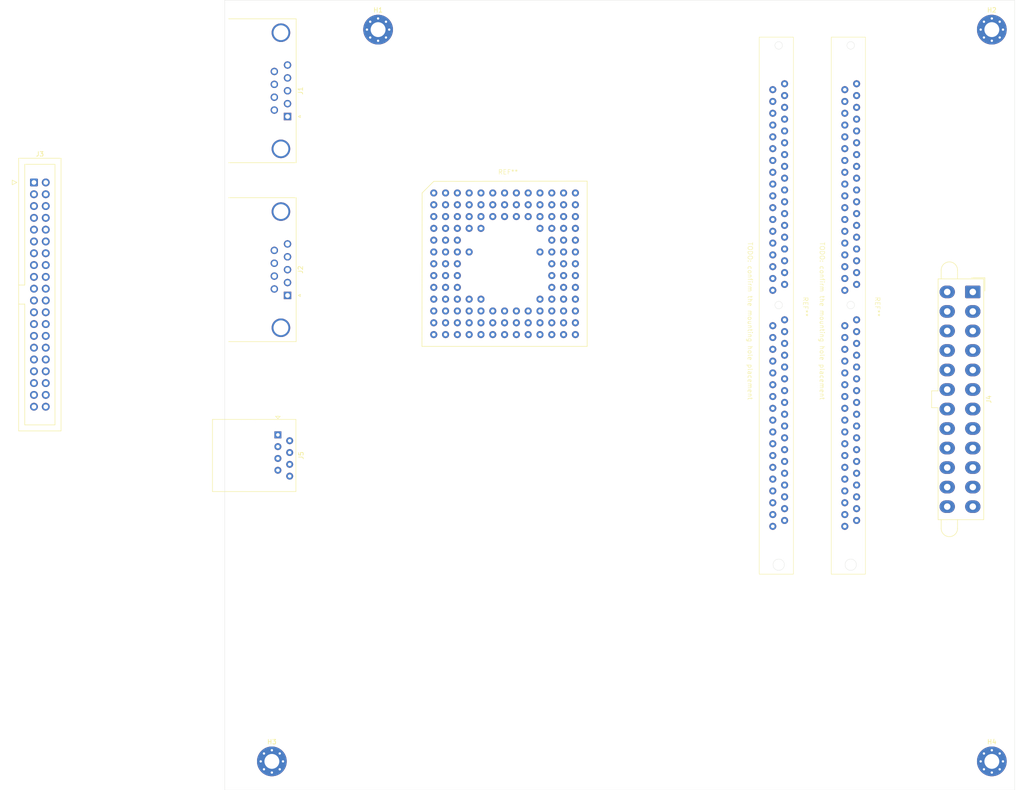
<source format=kicad_pcb>
(kicad_pcb (version 20240108) (generator "pcbnew") (generator_version "8.0")
  (title_block (date "2024-07-24"))
  (layers (0 "F.Cu" signal) (31 "B.Cu" signal) (34 "B.Paste" user) (35 "F.Paste" user) (36 "B.SilkS" user "B.Silkscreen") (37 "F.SilkS" user "F.Silkscreen") (38 "B.Mask" user) (39 "F.Mask" user) (44 "Edge.Cuts" user))
  (net 0 "")
  (net 21 "GND")
  (net 67 "+12V")
  (net 68 "+5V")
  (net 69 "+3.3V")
  (footprint "Connector_Dsub:DSUB-9_Female_Horizontal_P2.77x2.84mm_EdgePinOffset9.90mm_Housed_MountingHolesOffset11.32mm" (layer "F.Cu") (at 33.530331 45.05 -90)
    (property "Reference" "J1" (at -5.54 -2.8 90) (layer "F.SilkS"))
    (property "Value" "DE9_Plug_MountingHoles")
    (pad "0" thru_hole circle (at -18.04 1.42 270) (size 4 4) (drill 3.2) (layers "*.Cu" "*.Mask"))
    (pad "0" thru_hole circle (at 6.96 1.42 270) (size 4 4) (drill 3.2) (layers "*.Cu" "*.Mask"))
    (pad "1" thru_hole rect (at 0 0 270) (size 1.6 1.6) (drill 1) (layers "*.Cu" "*.Mask"))
    (pad "2" thru_hole circle (at -2.77 0 270) (size 1.6 1.6) (drill 1) (layers "*.Cu" "*.Mask"))
    (pad "3" thru_hole circle (at -5.54 0 270) (size 1.6 1.6) (drill 1) (layers "*.Cu" "*.Mask"))
    (pad "4" thru_hole circle (at -8.31 0 270) (size 1.6 1.6) (drill 1) (layers "*.Cu" "*.Mask"))
    (pad "5" thru_hole circle (at -11.08 0 270) (size 1.6 1.6) (drill 1) (layers "*.Cu" "*.Mask"))
    (pad "6" thru_hole circle (at -1.385 2.84 270) (size 1.6 1.6) (drill 1) (layers "*.Cu" "*.Mask"))
    (pad "7" thru_hole circle (at -4.155 2.84 270) (size 1.6 1.6) (drill 1) (layers "*.Cu" "*.Mask"))
    (pad "8" thru_hole circle (at -6.925 2.84 270) (size 1.6 1.6) (drill 1) (layers "*.Cu" "*.Mask"))
    (pad "9" thru_hole circle (at -9.695 2.84 270) (size 1.6 1.6) (drill 1) (layers "*.Cu" "*.Mask"))
  )
  (footprint "Connector_RJ:RJ45_Amphenol_54602-x08_Horizontal" (layer "F.Cu") (at 31.455 113.555 -90)
    (property "Reference" "J5" (at 4.445 -5 -90) (layer "F.SilkS"))
    (property "Value" "RJ45")
    (pad "" np_thru_hole circle (at -1.27 6.35 270) (size 3.2 3.2) (drill 3.2) (layers "*.Cu" "*.Mask"))
    (pad "" np_thru_hole circle (at 10.16 6.35 270) (size 3.2 3.2) (drill 3.2) (layers "*.Cu" "*.Mask"))
    (pad "1" thru_hole rect (at 0 0 270) (size 1.5 1.5) (drill 0.76) (layers "*.Cu" "*.Mask"))
    (pad "2" thru_hole circle (at 1.27 -2.54 270) (size 1.5 1.5) (drill 0.76) (layers "*.Cu" "*.Mask"))
    (pad "3" thru_hole circle (at 2.54 0 270) (size 1.5 1.5) (drill 0.76) (layers "*.Cu" "*.Mask"))
    (pad "4" thru_hole circle (at 3.81 -2.54 270) (size 1.5 1.5) (drill 0.76) (layers "*.Cu" "*.Mask"))
    (pad "5" thru_hole circle (at 5.08 0 270) (size 1.5 1.5) (drill 0.76) (layers "*.Cu" "*.Mask"))
    (pad "6" thru_hole circle (at 6.35 -2.54 270) (size 1.5 1.5) (drill 0.76) (layers "*.Cu" "*.Mask"))
    (pad "7" thru_hole circle (at 7.62 0 270) (size 1.5 1.5) (drill 0.76) (layers "*.Cu" "*.Mask"))
    (pad "8" thru_hole circle (at 8.89 -2.54 270) (size 1.5 1.5) (drill 0.76) (layers "*.Cu" "*.Mask"))
  )
  (footprint "Connector_Dsub:DSUB-9_Female_Horizontal_P2.77x2.84mm_EdgePinOffset9.90mm_Housed_MountingHolesOffset11.32mm" (layer "F.Cu") (at 33.530331 83.55 -90)
    (property "Reference" "J2" (at -5.54 -2.8 90) (layer "F.SilkS"))
    (property "Value" "DE9_Plug_MountingHoles")
    (pad "0" thru_hole circle (at -18.04 1.42 270) (size 4 4) (drill 3.2) (layers "*.Cu" "*.Mask"))
    (pad "0" thru_hole circle (at 6.96 1.42 270) (size 4 4) (drill 3.2) (layers "*.Cu" "*.Mask"))
    (pad "1" thru_hole rect (at 0 0 270) (size 1.6 1.6) (drill 1) (layers "*.Cu" "*.Mask"))
    (pad "2" thru_hole circle (at -2.77 0 270) (size 1.6 1.6) (drill 1) (layers "*.Cu" "*.Mask"))
    (pad "3" thru_hole circle (at -5.54 0 270) (size 1.6 1.6) (drill 1) (layers "*.Cu" "*.Mask"))
    (pad "4" thru_hole circle (at -8.31 0 270) (size 1.6 1.6) (drill 1) (layers "*.Cu" "*.Mask"))
    (pad "5" thru_hole circle (at -11.08 0 270) (size 1.6 1.6) (drill 1) (layers "*.Cu" "*.Mask"))
    (pad "6" thru_hole circle (at -1.385 2.84 270) (size 1.6 1.6) (drill 1) (layers "*.Cu" "*.Mask"))
    (pad "7" thru_hole circle (at -4.155 2.84 270) (size 1.6 1.6) (drill 1) (layers "*.Cu" "*.Mask"))
    (pad "8" thru_hole circle (at -6.925 2.84 270) (size 1.6 1.6) (drill 1) (layers "*.Cu" "*.Mask"))
    (pad "9" thru_hole circle (at -9.695 2.84 270) (size 1.6 1.6) (drill 1) (layers "*.Cu" "*.Mask"))
  )
  (footprint "mackerel:SIMM-72" (layer "F.Cu") (at 140.5 38 -90)
    (property "Reference" "REF**" (at 48 -4.5 -90) (layer "F.SilkS") (effects (font (thickness 0.1))))
    (property "Value" "SIMM-72")
    (fp_circle (center -8.255 1.27) (end -7.44 1.27) (stroke (width 0.05)) (fill none) (layer "Edge.Cuts"))
    (fp_circle (center 47.63 1.27) (end 48.445 1.27) (stroke (width 0.05)) (fill none) (layer "Edge.Cuts"))
    (fp_circle (center 103.505 1.27) (end 104.73 1.27) (stroke (width 0.05)) (fill none) (layer "Edge.Cuts"))
    (fp_text user "TODO: confirm the mounting hole placement" (at 34 8 -90) (layer "F.SilkS") (effects (font (thickness 0.1)) (justify left bottom)))
    (pad "1" thru_hole circle (at 0 0 270) (size 1.524 1.524) (drill 0.762) (layers "*.Cu" "*.Mask"))
    (pad "2" thru_hole circle (at 1.27 2.54 270) (size 1.524 1.524) (drill 0.762) (layers "*.Cu" "*.Mask"))
    (pad "3" thru_hole circle (at 2.54 0 270) (size 1.524 1.524) (drill 0.762) (layers "*.Cu" "*.Mask"))
    (pad "4" thru_hole circle (at 3.81 2.54 270) (size 1.524 1.524) (drill 0.762) (layers "*.Cu" "*.Mask"))
    (pad "5" thru_hole circle (at 5.08 0 270) (size 1.524 1.524) (drill 0.762) (layers "*.Cu" "*.Mask"))
    (pad "6" thru_hole circle (at 6.35 2.54 270) (size 1.524 1.524) (drill 0.762) (layers "*.Cu" "*.Mask"))
    (pad "7" thru_hole circle (at 7.62 0 270) (size 1.524 1.524) (drill 0.762) (layers "*.Cu" "*.Mask"))
    (pad "8" thru_hole circle (at 8.89 2.54 270) (size 1.524 1.524) (drill 0.762) (layers "*.Cu" "*.Mask"))
    (pad "9" thru_hole circle (at 10.16 0 270) (size 1.524 1.524) (drill 0.762) (layers "*.Cu" "*.Mask"))
    (pad "10" thru_hole circle (at 11.43 2.54 270) (size 1.524 1.524) (drill 0.762) (layers "*.Cu" "*.Mask"))
    (pad "11" thru_hole circle (at 12.7 0 270) (size 1.524 1.524) (drill 0.762) (layers "*.Cu" "*.Mask"))
    (pad "12" thru_hole circle (at 13.97 2.54 270) (size 1.524 1.524) (drill 0.762) (layers "*.Cu" "*.Mask"))
    (pad "13" thru_hole circle (at 15.24 0 270) (size 1.524 1.524) (drill 0.762) (layers "*.Cu" "*.Mask"))
    (pad "14" thru_hole circle (at 16.51 2.54 270) (size 1.524 1.524) (drill 0.762) (layers "*.Cu" "*.Mask"))
    (pad "15" thru_hole circle (at 17.78 0 270) (size 1.524 1.524) (drill 0.762) (layers "*.Cu" "*.Mask"))
    (pad "16" thru_hole circle (at 19.05 2.54 270) (size 1.524 1.524) (drill 0.762) (layers "*.Cu" "*.Mask"))
    (pad "17" thru_hole circle (at 20.32 0 270) (size 1.524 1.524) (drill 0.762) (layers "*.Cu" "*.Mask"))
    (pad "18" thru_hole circle (at 21.59 2.54 270) (size 1.524 1.524) (drill 0.762) (layers "*.Cu" "*.Mask"))
    (pad "19" thru_hole circle (at 22.86 0 270) (size 1.524 1.524) (drill 0.762) (layers "*.Cu" "*.Mask"))
    (pad "20" thru_hole circle (at 24.13 2.54 270) (size 1.524 1.524) (drill 0.762) (layers "*.Cu" "*.Mask"))
    (pad "21" thru_hole circle (at 25.4 0 270) (size 1.524 1.524) (drill 0.762) (layers "*.Cu" "*.Mask"))
    (pad "22" thru_hole circle (at 26.67 2.54 270) (size 1.524 1.524) (drill 0.762) (layers "*.Cu" "*.Mask"))
    (pad "23" thru_hole circle (at 27.94 0 270) (size 1.524 1.524) (drill 0.762) (layers "*.Cu" "*.Mask"))
    (pad "24" thru_hole circle (at 29.21 2.54 270) (size 1.524 1.524) (drill 0.762) (layers "*.Cu" "*.Mask"))
    (pad "25" thru_hole circle (at 30.48 0 270) (size 1.524 1.524) (drill 0.762) (layers "*.Cu" "*.Mask"))
    (pad "26" thru_hole circle (at 31.75 2.54 270) (size 1.524 1.524) (drill 0.762) (layers "*.Cu" "*.Mask"))
    (pad "27" thru_hole circle (at 33.02 0 270) (size 1.524 1.524) (drill 0.762) (layers "*.Cu" "*.Mask"))
    (pad "28" thru_hole circle (at 34.29 2.54 270) (size 1.524 1.524) (drill 0.762) (layers "*.Cu" "*.Mask"))
    (pad "29" thru_hole circle (at 35.56 0 270) (size 1.524 1.524) (drill 0.762) (layers "*.Cu" "*.Mask"))
    (pad "30" thru_hole circle (at 36.83 2.54 270) (size 1.524 1.524) (drill 0.762) (layers "*.Cu" "*.Mask"))
    (pad "31" thru_hole circle (at 38.1 0 270) (size 1.524 1.524) (drill 0.762) (layers "*.Cu" "*.Mask"))
    (pad "32" thru_hole circle (at 39.37 2.54 270) (size 1.524 1.524) (drill 0.762) (layers "*.Cu" "*.Mask"))
    (pad "33" thru_hole circle (at 40.64 0 270) (size 1.524 1.524) (drill 0.762) (layers "*.Cu" "*.Mask"))
    (pad "34" thru_hole circle (at 41.91 2.54 270) (size 1.524 1.524) (drill 0.762) (layers "*.Cu" "*.Mask"))
    (pad "35" thru_hole circle (at 43.18 0 270) (size 1.524 1.524) (drill 0.762) (layers "*.Cu" "*.Mask"))
    (pad "36" thru_hole circle (at 44.45 2.54 270) (size 1.524 1.524) (drill 0.762) (layers "*.Cu" "*.Mask"))
    (pad "37" thru_hole circle (at 50.8 0 270) (size 1.524 1.524) (drill 0.762) (layers "*.Cu" "*.Mask"))
    (pad "38" thru_hole circle (at 52.07 2.54 270) (size 1.524 1.524) (drill 0.762) (layers "*.Cu" "*.Mask"))
    (pad "39" thru_hole circle (at 53.34 0 270) (size 1.524 1.524) (drill 0.762) (layers "*.Cu" "*.Mask"))
    (pad "40" thru_hole circle (at 54.61 2.54 270) (size 1.524 1.524) (drill 0.762) (layers "*.Cu" "*.Mask"))
    (pad "41" thru_hole circle (at 55.88 0 270) (size 1.524 1.524) (drill 0.762) (layers "*.Cu" "*.Mask"))
    (pad "42" thru_hole circle (at 57.15 2.54 270) (size 1.524 1.524) (drill 0.762) (layers "*.Cu" "*.Mask"))
    (pad "43" thru_hole circle (at 58.42 0 270) (size 1.524 1.524) (drill 0.762) (layers "*.Cu" "*.Mask"))
    (pad "44" thru_hole circle (at 59.69 2.54 270) (size 1.524 1.524) (drill 0.762) (layers "*.Cu" "*.Mask"))
    (pad "45" thru_hole circle (at 60.96 0 270) (size 1.524 1.524) (drill 0.762) (layers "*.Cu" "*.Mask"))
    (pad "46" thru_hole circle (at 62.23 2.54 270) (size 1.524 1.524) (drill 0.762) (layers "*.Cu" "*.Mask"))
    (pad "47" thru_hole circle (at 63.5 0 270) (size 1.524 1.524) (drill 0.762) (layers "*.Cu" "*.Mask"))
    (pad "48" thru_hole circle (at 64.77 2.54 270) (size 1.524 1.524) (drill 0.762) (layers "*.Cu" "*.Mask"))
    (pad "49" thru_hole circle (at 66.04 0 270) (size 1.524 1.524) (drill 0.762) (layers "*.Cu" "*.Mask"))
    (pad "50" thru_hole circle (at 67.31 2.54 270) (size 1.524 1.524) (drill 0.762) (layers "*.Cu" "*.Mask"))
    (pad "51" thru_hole circle (at 68.58 0 270) (size 1.524 1.524) (drill 0.762) (layers "*.Cu" "*.Mask"))
    (pad "52" thru_hole circle (at 69.85 2.54 270) (size 1.524 1.524) (drill 0.762) (layers "*.Cu" "*.Mask"))
    (pad "53" thru_hole circle (at 71.12 0 270) (size 1.524 1.524) (drill 0.762) (layers "*.Cu" "*.Mask"))
    (pad "54" thru_hole circle (at 72.39 2.54 270) (size 1.524 1.524) (drill 0.762) (layers "*.Cu" "*.Mask"))
    (pad "55" thru_hole circle (at 73.66 0 270) (size 1.524 1.524) (drill 0.762) (layers "*.Cu" "*.Mask"))
    (pad "56" thru_hole circle (at 74.93 2.54 270) (size 1.524 1.524) (drill 0.762) (layers "*.Cu" "*.Mask"))
    (pad "57" thru_hole circle (at 76.2 0 270) (size 1.524 1.524) (drill 0.762) (layers "*.Cu" "*.Mask"))
    (pad "58" thru_hole circle (at 77.47 2.54 270) (size 1.524 1.524) (drill 0.762) (layers "*.Cu" "*.Mask"))
    (pad "59" thru_hole circle (at 78.74 0 270) (size 1.524 1.524) (drill 0.762) (layers "*.Cu" "*.Mask"))
    (pad "60" thru_hole circle (at 80.01 2.54 270) (size 1.524 1.524) (drill 0.762) (layers "*.Cu" "*.Mask"))
    (pad "61" thru_hole circle (at 81.28 0 270) (size 1.524 1.524) (drill 0.762) (layers "*.Cu" "*.Mask"))
    (pad "62" thru_hole circle (at 82.55 2.54 270) (size 1.524 1.524) (drill 0.762) (layers "*.Cu" "*.Mask"))
    (pad "63" thru_hole circle (at 83.82 0 270) (size 1.524 1.524) (drill 0.762) (layers "*.Cu" "*.Mask"))
    (pad "64" thru_hole circle (at 85.09 2.54 270) (size 1.524 1.524) (drill 0.762) (layers "*.Cu" "*.Mask"))
    (pad "65" thru_hole circle (at 86.36 0 270) (size 1.524 1.524) (drill 0.762) (layers "*.Cu" "*.Mask"))
    (pad "66" thru_hole circle (at 87.63 2.54 270) (size 1.524 1.524) (drill 0.762) (layers "*.Cu" "*.Mask"))
    (pad "67" thru_hole circle (at 88.9 0 270) (size 1.524 1.524) (drill 0.762) (layers "*.Cu" "*.Mask"))
    (pad "68" thru_hole circle (at 90.17 2.54 270) (size 1.524 1.524) (drill 0.762) (layers "*.Cu" "*.Mask"))
    (pad "69" thru_hole circle (at 91.44 0 270) (size 1.524 1.524) (drill 0.762) (layers "*.Cu" "*.Mask"))
    (pad "70" thru_hole circle (at 92.71 2.54 270) (size 1.524 1.524) (drill 0.762) (layers "*.Cu" "*.Mask"))
    (pad "71" thru_hole circle (at 93.98 0 270) (size 1.524 1.524) (drill 0.762) (layers "*.Cu" "*.Mask"))
    (pad "72" thru_hole circle (at 95.25 2.54 270) (size 1.524 1.524) (drill 0.762) (layers "*.Cu" "*.Mask"))
  )
  (footprint "mackerel:SIMM-72" (layer "F.Cu") (at 156 38 -90)
    (property "Reference" "REF**" (at 48 -4.5 -90) (layer "F.SilkS") (effects (font (thickness 0.1))))
    (property "Value" "SIMM-72")
    (fp_circle (center -8.255 1.27) (end -7.44 1.27) (stroke (width 0.05)) (fill none) (layer "Edge.Cuts"))
    (fp_circle (center 47.63 1.27) (end 48.445 1.27) (stroke (width 0.05)) (fill none) (layer "Edge.Cuts"))
    (fp_circle (center 103.505 1.27) (end 104.73 1.27) (stroke (width 0.05)) (fill none) (layer "Edge.Cuts"))
    (fp_text user "TODO: confirm the mounting hole placement" (at 34 8 -90) (layer "F.SilkS") (effects (font (thickness 0.1)) (justify left bottom)))
    (pad "1" thru_hole circle (at 0 0 270) (size 1.524 1.524) (drill 0.762) (layers "*.Cu" "*.Mask"))
    (pad "2" thru_hole circle (at 1.27 2.54 270) (size 1.524 1.524) (drill 0.762) (layers "*.Cu" "*.Mask"))
    (pad "3" thru_hole circle (at 2.54 0 270) (size 1.524 1.524) (drill 0.762) (layers "*.Cu" "*.Mask"))
    (pad "4" thru_hole circle (at 3.81 2.54 270) (size 1.524 1.524) (drill 0.762) (layers "*.Cu" "*.Mask"))
    (pad "5" thru_hole circle (at 5.08 0 270) (size 1.524 1.524) (drill 0.762) (layers "*.Cu" "*.Mask"))
    (pad "6" thru_hole circle (at 6.35 2.54 270) (size 1.524 1.524) (drill 0.762) (layers "*.Cu" "*.Mask"))
    (pad "7" thru_hole circle (at 7.62 0 270) (size 1.524 1.524) (drill 0.762) (layers "*.Cu" "*.Mask"))
    (pad "8" thru_hole circle (at 8.89 2.54 270) (size 1.524 1.524) (drill 0.762) (layers "*.Cu" "*.Mask"))
    (pad "9" thru_hole circle (at 10.16 0 270) (size 1.524 1.524) (drill 0.762) (layers "*.Cu" "*.Mask"))
    (pad "10" thru_hole circle (at 11.43 2.54 270) (size 1.524 1.524) (drill 0.762) (layers "*.Cu" "*.Mask"))
    (pad "11" thru_hole circle (at 12.7 0 270) (size 1.524 1.524) (drill 0.762) (layers "*.Cu" "*.Mask"))
    (pad "12" thru_hole circle (at 13.97 2.54 270) (size 1.524 1.524) (drill 0.762) (layers "*.Cu" "*.Mask"))
    (pad "13" thru_hole circle (at 15.24 0 270) (size 1.524 1.524) (drill 0.762) (layers "*.Cu" "*.Mask"))
    (pad "14" thru_hole circle (at 16.51 2.54 270) (size 1.524 1.524) (drill 0.762) (layers "*.Cu" "*.Mask"))
    (pad "15" thru_hole circle (at 17.78 0 270) (size 1.524 1.524) (drill 0.762) (layers "*.Cu" "*.Mask"))
    (pad "16" thru_hole circle (at 19.05 2.54 270) (size 1.524 1.524) (drill 0.762) (layers "*.Cu" "*.Mask"))
    (pad "17" thru_hole circle (at 20.32 0 270) (size 1.524 1.524) (drill 0.762) (layers "*.Cu" "*.Mask"))
    (pad "18" thru_hole circle (at 21.59 2.54 270) (size 1.524 1.524) (drill 0.762) (layers "*.Cu" "*.Mask"))
    (pad "19" thru_hole circle (at 22.86 0 270) (size 1.524 1.524) (drill 0.762) (layers "*.Cu" "*.Mask"))
    (pad "20" thru_hole circle (at 24.13 2.54 270) (size 1.524 1.524) (drill 0.762) (layers "*.Cu" "*.Mask"))
    (pad "21" thru_hole circle (at 25.4 0 270) (size 1.524 1.524) (drill 0.762) (layers "*.Cu" "*.Mask"))
    (pad "22" thru_hole circle (at 26.67 2.54 270) (size 1.524 1.524) (drill 0.762) (layers "*.Cu" "*.Mask"))
    (pad "23" thru_hole circle (at 27.94 0 270) (size 1.524 1.524) (drill 0.762) (layers "*.Cu" "*.Mask"))
    (pad "24" thru_hole circle (at 29.21 2.54 270) (size 1.524 1.524) (drill 0.762) (layers "*.Cu" "*.Mask"))
    (pad "25" thru_hole circle (at 30.48 0 270) (size 1.524 1.524) (drill 0.762) (layers "*.Cu" "*.Mask"))
    (pad "26" thru_hole circle (at 31.75 2.54 270) (size 1.524 1.524) (drill 0.762) (layers "*.Cu" "*.Mask"))
    (pad "27" thru_hole circle (at 33.02 0 270) (size 1.524 1.524) (drill 0.762) (layers "*.Cu" "*.Mask"))
    (pad "28" thru_hole circle (at 34.29 2.54 270) (size 1.524 1.524) (drill 0.762) (layers "*.Cu" "*.Mask"))
    (pad "29" thru_hole circle (at 35.56 0 270) (size 1.524 1.524) (drill 0.762) (layers "*.Cu" "*.Mask"))
    (pad "30" thru_hole circle (at 36.83 2.54 270) (size 1.524 1.524) (drill 0.762) (layers "*.Cu" "*.Mask"))
    (pad "31" thru_hole circle (at 38.1 0 270) (size 1.524 1.524) (drill 0.762) (layers "*.Cu" "*.Mask"))
    (pad "32" thru_hole circle (at 39.37 2.54 270) (size 1.524 1.524) (drill 0.762) (layers "*.Cu" "*.Mask"))
    (pad "33" thru_hole circle (at 40.64 0 270) (size 1.524 1.524) (drill 0.762) (layers "*.Cu" "*.Mask"))
    (pad "34" thru_hole circle (at 41.91 2.54 270) (size 1.524 1.524) (drill 0.762) (layers "*.Cu" "*.Mask"))
    (pad "35" thru_hole circle (at 43.18 0 270) (size 1.524 1.524) (drill 0.762) (layers "*.Cu" "*.Mask"))
    (pad "36" thru_hole circle (at 44.45 2.54 270) (size 1.524 1.524) (drill 0.762) (layers "*.Cu" "*.Mask"))
    (pad "37" thru_hole circle (at 50.8 0 270) (size 1.524 1.524) (drill 0.762) (layers "*.Cu" "*.Mask"))
    (pad "38" thru_hole circle (at 52.07 2.54 270) (size 1.524 1.524) (drill 0.762) (layers "*.Cu" "*.Mask"))
    (pad "39" thru_hole circle (at 53.34 0 270) (size 1.524 1.524) (drill 0.762) (layers "*.Cu" "*.Mask"))
    (pad "40" thru_hole circle (at 54.61 2.54 270) (size 1.524 1.524) (drill 0.762) (layers "*.Cu" "*.Mask"))
    (pad "41" thru_hole circle (at 55.88 0 270) (size 1.524 1.524) (drill 0.762) (layers "*.Cu" "*.Mask"))
    (pad "42" thru_hole circle (at 57.15 2.54 270) (size 1.524 1.524) (drill 0.762) (layers "*.Cu" "*.Mask"))
    (pad "43" thru_hole circle (at 58.42 0 270) (size 1.524 1.524) (drill 0.762) (layers "*.Cu" "*.Mask"))
    (pad "44" thru_hole circle (at 59.69 2.54 270) (size 1.524 1.524) (drill 0.762) (layers "*.Cu" "*.Mask"))
    (pad "45" thru_hole circle (at 60.96 0 270) (size 1.524 1.524) (drill 0.762) (layers "*.Cu" "*.Mask"))
    (pad "46" thru_hole circle (at 62.23 2.54 270) (size 1.524 1.524) (drill 0.762) (layers "*.Cu" "*.Mask"))
    (pad "47" thru_hole circle (at 63.5 0 270) (size 1.524 1.524) (drill 0.762) (layers "*.Cu" "*.Mask"))
    (pad "48" thru_hole circle (at 64.77 2.54 270) (size 1.524 1.524) (drill 0.762) (layers "*.Cu" "*.Mask"))
    (pad "49" thru_hole circle (at 66.04 0 270) (size 1.524 1.524) (drill 0.762) (layers "*.Cu" "*.Mask"))
    (pad "50" thru_hole circle (at 67.31 2.54 270) (size 1.524 1.524) (drill 0.762) (layers "*.Cu" "*.Mask"))
    (pad "51" thru_hole circle (at 68.58 0 270) (size 1.524 1.524) (drill 0.762) (layers "*.Cu" "*.Mask"))
    (pad "52" thru_hole circle (at 69.85 2.54 270) (size 1.524 1.524) (drill 0.762) (layers "*.Cu" "*.Mask"))
    (pad "53" thru_hole circle (at 71.12 0 270) (size 1.524 1.524) (drill 0.762) (layers "*.Cu" "*.Mask"))
    (pad "54" thru_hole circle (at 72.39 2.54 270) (size 1.524 1.524) (drill 0.762) (layers "*.Cu" "*.Mask"))
    (pad "55" thru_hole circle (at 73.66 0 270) (size 1.524 1.524) (drill 0.762) (layers "*.Cu" "*.Mask"))
    (pad "56" thru_hole circle (at 74.93 2.54 270) (size 1.524 1.524) (drill 0.762) (layers "*.Cu" "*.Mask"))
    (pad "57" thru_hole circle (at 76.2 0 270) (size 1.524 1.524) (drill 0.762) (layers "*.Cu" "*.Mask"))
    (pad "58" thru_hole circle (at 77.47 2.54 270) (size 1.524 1.524) (drill 0.762) (layers "*.Cu" "*.Mask"))
    (pad "59" thru_hole circle (at 78.74 0 270) (size 1.524 1.524) (drill 0.762) (layers "*.Cu" "*.Mask"))
    (pad "60" thru_hole circle (at 80.01 2.54 270) (size 1.524 1.524) (drill 0.762) (layers "*.Cu" "*.Mask"))
    (pad "61" thru_hole circle (at 81.28 0 270) (size 1.524 1.524) (drill 0.762) (layers "*.Cu" "*.Mask"))
    (pad "62" thru_hole circle (at 82.55 2.54 270) (size 1.524 1.524) (drill 0.762) (layers "*.Cu" "*.Mask"))
    (pad "63" thru_hole circle (at 83.82 0 270) (size 1.524 1.524) (drill 0.762) (layers "*.Cu" "*.Mask"))
    (pad "64" thru_hole circle (at 85.09 2.54 270) (size 1.524 1.524) (drill 0.762) (layers "*.Cu" "*.Mask"))
    (pad "65" thru_hole circle (at 86.36 0 270) (size 1.524 1.524) (drill 0.762) (layers "*.Cu" "*.Mask"))
    (pad "66" thru_hole circle (at 87.63 2.54 270) (size 1.524 1.524) (drill 0.762) (layers "*.Cu" "*.Mask"))
    (pad "67" thru_hole circle (at 88.9 0 270) (size 1.524 1.524) (drill 0.762) (layers "*.Cu" "*.Mask"))
    (pad "68" thru_hole circle (at 90.17 2.54 270) (size 1.524 1.524) (drill 0.762) (layers "*.Cu" "*.Mask"))
    (pad "69" thru_hole circle (at 91.44 0 270) (size 1.524 1.524) (drill 0.762) (layers "*.Cu" "*.Mask"))
    (pad "70" thru_hole circle (at 92.71 2.54 270) (size 1.524 1.524) (drill 0.762) (layers "*.Cu" "*.Mask"))
    (pad "71" thru_hole circle (at 93.98 0 270) (size 1.524 1.524) (drill 0.762) (layers "*.Cu" "*.Mask"))
    (pad "72" thru_hole circle (at 95.25 2.54 270) (size 1.524 1.524) (drill 0.762) (layers "*.Cu" "*.Mask"))
  )
  (footprint "MountingHole:MountingHole_3.2mm_M3_Pad_Via" (layer "F.Cu") (at 53.02 26.35)
    (property "Reference" "H1" (at 0 -4.2 0) (layer "F.SilkS"))
    (property "Value" "MountingHole_Pad")
    (pad "1" thru_hole circle (at -2.4 0) (size 0.8 0.8) (drill 0.5) (layers "*.Cu" "*.Mask") (net 21 "GND"))
    (pad "1" thru_hole circle (at -1.697056 -1.697056) (size 0.8 0.8) (drill 0.5) (layers "*.Cu" "*.Mask") (net 21 "GND"))
    (pad "1" thru_hole circle (at -1.697056 1.697056) (size 0.8 0.8) (drill 0.5) (layers "*.Cu" "*.Mask") (net 21 "GND"))
    (pad "1" thru_hole circle (at 0 -2.4) (size 0.8 0.8) (drill 0.5) (layers "*.Cu" "*.Mask") (net 21 "GND"))
    (pad "1" thru_hole circle (at 0 0) (size 6.4 6.4) (drill 3.2) (layers "*.Cu" "*.Mask") (net 21 "GND"))
    (pad "1" thru_hole circle (at 0 2.4) (size 0.8 0.8) (drill 0.5) (layers "*.Cu" "*.Mask") (net 21 "GND"))
    (pad "1" thru_hole circle (at 1.697056 -1.697056) (size 0.8 0.8) (drill 0.5) (layers "*.Cu" "*.Mask") (net 21 "GND"))
    (pad "1" thru_hole circle (at 1.697056 1.697056) (size 0.8 0.8) (drill 0.5) (layers "*.Cu" "*.Mask") (net 21 "GND"))
    (pad "1" thru_hole circle (at 2.4 0) (size 0.8 0.8) (drill 0.5) (layers "*.Cu" "*.Mask") (net 21 "GND"))
  )
  (footprint "Connector_IDC:IDC-Header_2x20_P2.54mm_Vertical" (layer "F.Cu") (at -21.04 59.24)
    (property "Reference" "J3" (at 1.27 -6.1 0) (layer "F.SilkS"))
    (property "Value" "Conn_02x20_Odd_Even")
    (pad "1" thru_hole roundrect (at 0 0) (size 1.7 1.7) (drill 1) (layers "*.Cu" "*.Mask") (roundrect_rratio 0.147059))
    (pad "2" thru_hole circle (at 2.54 0) (size 1.7 1.7) (drill 1) (layers "*.Cu" "*.Mask"))
    (pad "3" thru_hole circle (at 0 2.54) (size 1.7 1.7) (drill 1) (layers "*.Cu" "*.Mask"))
    (pad "4" thru_hole circle (at 2.54 2.54) (size 1.7 1.7) (drill 1) (layers "*.Cu" "*.Mask"))
    (pad "5" thru_hole circle (at 0 5.08) (size 1.7 1.7) (drill 1) (layers "*.Cu" "*.Mask"))
    (pad "6" thru_hole circle (at 2.54 5.08) (size 1.7 1.7) (drill 1) (layers "*.Cu" "*.Mask"))
    (pad "7" thru_hole circle (at 0 7.62) (size 1.7 1.7) (drill 1) (layers "*.Cu" "*.Mask"))
    (pad "8" thru_hole circle (at 2.54 7.62) (size 1.7 1.7) (drill 1) (layers "*.Cu" "*.Mask"))
    (pad "9" thru_hole circle (at 0 10.16) (size 1.7 1.7) (drill 1) (layers "*.Cu" "*.Mask"))
    (pad "10" thru_hole circle (at 2.54 10.16) (size 1.7 1.7) (drill 1) (layers "*.Cu" "*.Mask"))
    (pad "11" thru_hole circle (at 0 12.7) (size 1.7 1.7) (drill 1) (layers "*.Cu" "*.Mask"))
    (pad "12" thru_hole circle (at 2.54 12.7) (size 1.7 1.7) (drill 1) (layers "*.Cu" "*.Mask"))
    (pad "13" thru_hole circle (at 0 15.24) (size 1.7 1.7) (drill 1) (layers "*.Cu" "*.Mask"))
    (pad "14" thru_hole circle (at 2.54 15.24) (size 1.7 1.7) (drill 1) (layers "*.Cu" "*.Mask"))
    (pad "15" thru_hole circle (at 0 17.78) (size 1.7 1.7) (drill 1) (layers "*.Cu" "*.Mask"))
    (pad "16" thru_hole circle (at 2.54 17.78) (size 1.7 1.7) (drill 1) (layers "*.Cu" "*.Mask"))
    (pad "17" thru_hole circle (at 0 20.32) (size 1.7 1.7) (drill 1) (layers "*.Cu" "*.Mask"))
    (pad "18" thru_hole circle (at 2.54 20.32) (size 1.7 1.7) (drill 1) (layers "*.Cu" "*.Mask"))
    (pad "19" thru_hole circle (at 0 22.86) (size 1.7 1.7) (drill 1) (layers "*.Cu" "*.Mask"))
    (pad "20" thru_hole circle (at 2.54 22.86) (size 1.7 1.7) (drill 1) (layers "*.Cu" "*.Mask"))
    (pad "21" thru_hole circle (at 0 25.4) (size 1.7 1.7) (drill 1) (layers "*.Cu" "*.Mask"))
    (pad "22" thru_hole circle (at 2.54 25.4) (size 1.7 1.7) (drill 1) (layers "*.Cu" "*.Mask"))
    (pad "23" thru_hole circle (at 0 27.94) (size 1.7 1.7) (drill 1) (layers "*.Cu" "*.Mask"))
    (pad "24" thru_hole circle (at 2.54 27.94) (size 1.7 1.7) (drill 1) (layers "*.Cu" "*.Mask"))
    (pad "25" thru_hole circle (at 0 30.48) (size 1.7 1.7) (drill 1) (layers "*.Cu" "*.Mask"))
    (pad "26" thru_hole circle (at 2.54 30.48) (size 1.7 1.7) (drill 1) (layers "*.Cu" "*.Mask"))
    (pad "27" thru_hole circle (at 0 33.02) (size 1.7 1.7) (drill 1) (layers "*.Cu" "*.Mask"))
    (pad "28" thru_hole circle (at 2.54 33.02) (size 1.7 1.7) (drill 1) (layers "*.Cu" "*.Mask"))
    (pad "29" thru_hole circle (at 0 35.56) (size 1.7 1.7) (drill 1) (layers "*.Cu" "*.Mask"))
    (pad "30" thru_hole circle (at 2.54 35.56) (size 1.7 1.7) (drill 1) (layers "*.Cu" "*.Mask"))
    (pad "31" thru_hole circle (at 0 38.1) (size 1.7 1.7) (drill 1) (layers "*.Cu" "*.Mask"))
    (pad "32" thru_hole circle (at 2.54 38.1) (size 1.7 1.7) (drill 1) (layers "*.Cu" "*.Mask"))
    (pad "33" thru_hole circle (at 0 40.64) (size 1.7 1.7) (drill 1) (layers "*.Cu" "*.Mask"))
    (pad "34" thru_hole circle (at 2.54 40.64) (size 1.7 1.7) (drill 1) (layers "*.Cu" "*.Mask"))
    (pad "35" thru_hole circle (at 0 43.18) (size 1.7 1.7) (drill 1) (layers "*.Cu" "*.Mask"))
    (pad "36" thru_hole circle (at 2.54 43.18) (size 1.7 1.7) (drill 1) (layers "*.Cu" "*.Mask"))
    (pad "37" thru_hole circle (at 0 45.72) (size 1.7 1.7) (drill 1) (layers "*.Cu" "*.Mask"))
    (pad "38" thru_hole circle (at 2.54 45.72) (size 1.7 1.7) (drill 1) (layers "*.Cu" "*.Mask"))
    (pad "39" thru_hole circle (at 0 48.26) (size 1.7 1.7) (drill 1) (layers "*.Cu" "*.Mask"))
    (pad "40" thru_hole circle (at 2.54 48.26) (size 1.7 1.7) (drill 1) (layers "*.Cu" "*.Mask"))
  )
  (footprint "MountingHole:MountingHole_3.2mm_M3_Pad_Via" (layer "F.Cu") (at 185.1 26.35)
    (property "Reference" "H2" (at 0 -4.2 0) (layer "F.SilkS"))
    (property "Value" "MountingHole_Pad")
    (pad "1" thru_hole circle (at -2.4 0) (size 0.8 0.8) (drill 0.5) (layers "*.Cu" "*.Mask") (net 21 "GND"))
    (pad "1" thru_hole circle (at -1.697056 -1.697056) (size 0.8 0.8) (drill 0.5) (layers "*.Cu" "*.Mask") (net 21 "GND"))
    (pad "1" thru_hole circle (at -1.697056 1.697056) (size 0.8 0.8) (drill 0.5) (layers "*.Cu" "*.Mask") (net 21 "GND"))
    (pad "1" thru_hole circle (at 0 -2.4) (size 0.8 0.8) (drill 0.5) (layers "*.Cu" "*.Mask") (net 21 "GND"))
    (pad "1" thru_hole circle (at 0 0) (size 6.4 6.4) (drill 3.2) (layers "*.Cu" "*.Mask") (net 21 "GND"))
    (pad "1" thru_hole circle (at 0 2.4) (size 0.8 0.8) (drill 0.5) (layers "*.Cu" "*.Mask") (net 21 "GND"))
    (pad "1" thru_hole circle (at 1.697056 -1.697056) (size 0.8 0.8) (drill 0.5) (layers "*.Cu" "*.Mask") (net 21 "GND"))
    (pad "1" thru_hole circle (at 1.697056 1.697056) (size 0.8 0.8) (drill 0.5) (layers "*.Cu" "*.Mask") (net 21 "GND"))
    (pad "1" thru_hole circle (at 2.4 0) (size 0.8 0.8) (drill 0.5) (layers "*.Cu" "*.Mask") (net 21 "GND"))
  )
  (footprint "MountingHole:MountingHole_3.2mm_M3_Pad_Via" (layer "F.Cu") (at 185.1 183.83)
    (property "Reference" "H4" (at 0 -4.2 0) (layer "F.SilkS"))
    (property "Value" "MountingHole_Pad")
    (pad "1" thru_hole circle (at -2.4 0) (size 0.8 0.8) (drill 0.5) (layers "*.Cu" "*.Mask") (net 21 "GND"))
    (pad "1" thru_hole circle (at -1.697056 -1.697056) (size 0.8 0.8) (drill 0.5) (layers "*.Cu" "*.Mask") (net 21 "GND"))
    (pad "1" thru_hole circle (at -1.697056 1.697056) (size 0.8 0.8) (drill 0.5) (layers "*.Cu" "*.Mask") (net 21 "GND"))
    (pad "1" thru_hole circle (at 0 -2.4) (size 0.8 0.8) (drill 0.5) (layers "*.Cu" "*.Mask") (net 21 "GND"))
    (pad "1" thru_hole circle (at 0 0) (size 6.4 6.4) (drill 3.2) (layers "*.Cu" "*.Mask") (net 21 "GND"))
    (pad "1" thru_hole circle (at 0 2.4) (size 0.8 0.8) (drill 0.5) (layers "*.Cu" "*.Mask") (net 21 "GND"))
    (pad "1" thru_hole circle (at 1.697056 -1.697056) (size 0.8 0.8) (drill 0.5) (layers "*.Cu" "*.Mask") (net 21 "GND"))
    (pad "1" thru_hole circle (at 1.697056 1.697056) (size 0.8 0.8) (drill 0.5) (layers "*.Cu" "*.Mask") (net 21 "GND"))
    (pad "1" thru_hole circle (at 2.4 0) (size 0.8 0.8) (drill 0.5) (layers "*.Cu" "*.Mask") (net 21 "GND"))
  )
  (footprint "MountingHole:MountingHole_3.2mm_M3_Pad_Via" (layer "F.Cu") (at 30.16 183.83)
    (property "Reference" "H3" (at 0 -4.2 0) (layer "F.SilkS"))
    (property "Value" "MountingHole_Pad")
    (pad "1" thru_hole circle (at -2.4 0) (size 0.8 0.8) (drill 0.5) (layers "*.Cu" "*.Mask") (net 21 "GND"))
    (pad "1" thru_hole circle (at -1.697056 -1.697056) (size 0.8 0.8) (drill 0.5) (layers "*.Cu" "*.Mask") (net 21 "GND"))
    (pad "1" thru_hole circle (at -1.697056 1.697056) (size 0.8 0.8) (drill 0.5) (layers "*.Cu" "*.Mask") (net 21 "GND"))
    (pad "1" thru_hole circle (at 0 -2.4) (size 0.8 0.8) (drill 0.5) (layers "*.Cu" "*.Mask") (net 21 "GND"))
    (pad "1" thru_hole circle (at 0 0) (size 6.4 6.4) (drill 3.2) (layers "*.Cu" "*.Mask") (net 21 "GND"))
    (pad "1" thru_hole circle (at 0 2.4) (size 0.8 0.8) (drill 0.5) (layers "*.Cu" "*.Mask") (net 21 "GND"))
    (pad "1" thru_hole circle (at 1.697056 -1.697056) (size 0.8 0.8) (drill 0.5) (layers "*.Cu" "*.Mask") (net 21 "GND"))
    (pad "1" thru_hole circle (at 1.697056 1.697056) (size 0.8 0.8) (drill 0.5) (layers "*.Cu" "*.Mask") (net 21 "GND"))
    (pad "1" thru_hole circle (at 2.4 0) (size 0.8 0.8) (drill 0.5) (layers "*.Cu" "*.Mask") (net 21 "GND"))
  )
  (footprint "mackerel:PGA169" (layer "F.Cu") (at 65 61.5)
    (property "Reference" "REF**" (at 16 -4.5 0) (layer "F.SilkS") (effects (font (thickness 0.1))))
    (property "Value" "PGA169")
    (pad "A1" thru_hole circle (at 0 0) (size 1.524 1.524) (drill 0.762) (layers "*.Cu" "*.Mask"))
    (pad "A2" thru_hole circle (at 2.54 0) (size 1.524 1.524) (drill 0.762) (layers "*.Cu" "*.Mask"))
    (pad "A3" thru_hole circle (at 5.08 0) (size 1.524 1.524) (drill 0.762) (layers "*.Cu" "*.Mask"))
    (pad "A4" thru_hole circle (at 7.62 0) (size 1.524 1.524) (drill 0.762) (layers "*.Cu" "*.Mask"))
    (pad "A5" thru_hole circle (at 10.16 0) (size 1.524 1.524) (drill 0.762) (layers "*.Cu" "*.Mask"))
    (pad "A6" thru_hole circle (at 12.7 0) (size 1.524 1.524) (drill 0.762) (layers "*.Cu" "*.Mask"))
    (pad "A7" thru_hole circle (at 15.24 0) (size 1.524 1.524) (drill 0.762) (layers "*.Cu" "*.Mask"))
    (pad "A8" thru_hole circle (at 17.78 0) (size 1.524 1.524) (drill 0.762) (layers "*.Cu" "*.Mask"))
    (pad "A9" thru_hole circle (at 20.32 0) (size 1.524 1.524) (drill 0.762) (layers "*.Cu" "*.Mask"))
    (pad "A10" thru_hole circle (at 22.86 0) (size 1.524 1.524) (drill 0.762) (layers "*.Cu" "*.Mask"))
    (pad "A11" thru_hole circle (at 25.4 0) (size 1.524 1.524) (drill 0.762) (layers "*.Cu" "*.Mask"))
    (pad "A12" thru_hole circle (at 27.94 0) (size 1.524 1.524) (drill 0.762) (layers "*.Cu" "*.Mask"))
    (pad "A13" thru_hole circle (at 30.48 0) (size 1.524 1.524) (drill 0.762) (layers "*.Cu" "*.Mask"))
    (pad "B1" thru_hole circle (at 0 2.54) (size 1.524 1.524) (drill 0.762) (layers "*.Cu" "*.Mask"))
    (pad "B2" thru_hole circle (at 2.54 2.54) (size 1.524 1.524) (drill 0.762) (layers "*.Cu" "*.Mask"))
    (pad "B3" thru_hole circle (at 5.08 2.54) (size 1.524 1.524) (drill 0.762) (layers "*.Cu" "*.Mask"))
    (pad "B4" thru_hole circle (at 7.62 2.54) (size 1.524 1.524) (drill 0.762) (layers "*.Cu" "*.Mask"))
    (pad "B5" thru_hole circle (at 10.16 2.54) (size 1.524 1.524) (drill 0.762) (layers "*.Cu" "*.Mask"))
    (pad "B6" thru_hole circle (at 12.7 2.54) (size 1.524 1.524) (drill 0.762) (layers "*.Cu" "*.Mask"))
    (pad "B7" thru_hole circle (at 15.24 2.54) (size 1.524 1.524) (drill 0.762) (layers "*.Cu" "*.Mask"))
    (pad "B8" thru_hole circle (at 17.78 2.54) (size 1.524 1.524) (drill 0.762) (layers "*.Cu" "*.Mask"))
    (pad "B9" thru_hole circle (at 20.32 2.54) (size 1.524 1.524) (drill 0.762) (layers "*.Cu" "*.Mask"))
    (pad "B10" thru_hole circle (at 22.86 2.54) (size 1.524 1.524) (drill 0.762) (layers "*.Cu" "*.Mask"))
    (pad "B11" thru_hole circle (at 25.4 2.54) (size 1.524 1.524) (drill 0.762) (layers "*.Cu" "*.Mask"))
    (pad "B12" thru_hole circle (at 27.94 2.54) (size 1.524 1.524) (drill 0.762) (layers "*.Cu" "*.Mask"))
    (pad "B13" thru_hole circle (at 30.48 2.54) (size 1.524 1.524) (drill 0.762) (layers "*.Cu" "*.Mask"))
    (pad "C1" thru_hole circle (at 0 5.08) (size 1.524 1.524) (drill 0.762) (layers "*.Cu" "*.Mask"))
    (pad "C2" thru_hole circle (at 2.54 5.08) (size 1.524 1.524) (drill 0.762) (layers "*.Cu" "*.Mask"))
    (pad "C3" thru_hole circle (at 5.08 5.08) (size 1.524 1.524) (drill 0.762) (layers "*.Cu" "*.Mask"))
    (pad "C4" thru_hole circle (at 7.62 5.08) (size 1.524 1.524) (drill 0.762) (layers "*.Cu" "*.Mask"))
    (pad "C5" thru_hole circle (at 10.16 5.08) (size 1.524 1.524) (drill 0.762) (layers "*.Cu" "*.Mask"))
    (pad "C6" thru_hole circle (at 12.7 5.08) (size 1.524 1.524) (drill 0.762) (layers "*.Cu" "*.Mask"))
    (pad "C7" thru_hole circle (at 15.24 5.08) (size 1.524 1.524) (drill 0.762) (layers "*.Cu" "*.Mask"))
    (pad "C8" thru_hole circle (at 17.78 5.08) (size 1.524 1.524) (drill 0.762) (layers "*.Cu" "*.Mask"))
    (pad "C9" thru_hole circle (at 20.32 5.08) (size 1.524 1.524) (drill 0.762) (layers "*.Cu" "*.Mask"))
    (pad "C10" thru_hole circle (at 22.86 5.08) (size 1.524 1.524) (drill 0.762) (layers "*.Cu" "*.Mask"))
    (pad "C11" thru_hole circle (at 25.4 5.08) (size 1.524 1.524) (drill 0.762) (layers "*.Cu" "*.Mask"))
    (pad "C12" thru_hole circle (at 27.94 5.08) (size 1.524 1.524) (drill 0.762) (layers "*.Cu" "*.Mask"))
    (pad "C13" thru_hole circle (at 30.48 5.08) (size 1.524 1.524) (drill 0.762) (layers "*.Cu" "*.Mask"))
    (pad "D1" thru_hole circle (at 0 7.62) (size 1.524 1.524) (drill 0.762) (layers "*.Cu" "*.Mask"))
    (pad "D2" thru_hole circle (at 2.54 7.62) (size 1.524 1.524) (drill 0.762) (layers "*.Cu" "*.Mask"))
    (pad "D3" thru_hole circle (at 5.08 7.62) (size 1.524 1.524) (drill 0.762) (layers "*.Cu" "*.Mask"))
    (pad "D4" thru_hole circle (at 7.62 7.62) (size 1.524 1.524) (drill 0.762) (layers "*.Cu" "*.Mask"))
    (pad "D5" thru_hole circle (at 10.16 7.62) (size 1.524 1.524) (drill 0.762) (layers "*.Cu" "*.Mask"))
    (pad "D10" thru_hole circle (at 22.86 7.62) (size 1.524 1.524) (drill 0.762) (layers "*.Cu" "*.Mask"))
    (pad "D11" thru_hole circle (at 25.4 7.62) (size 1.524 1.524) (drill 0.762) (layers "*.Cu" "*.Mask"))
    (pad "D12" thru_hole circle (at 27.94 7.62) (size 1.524 1.524) (drill 0.762) (layers "*.Cu" "*.Mask"))
    (pad "D13" thru_hole circle (at 30.48 7.62) (size 1.524 1.524) (drill 0.762) (layers "*.Cu" "*.Mask"))
    (pad "E1" thru_hole circle (at 0 10.16) (size 1.524 1.524) (drill 0.762) (layers "*.Cu" "*.Mask"))
    (pad "E2" thru_hole circle (at 2.54 10.16) (size 1.524 1.524) (drill 0.762) (layers "*.Cu" "*.Mask"))
    (pad "E3" thru_hole circle (at 5.08 10.16) (size 1.524 1.524) (drill 0.762) (layers "*.Cu" "*.Mask"))
    (pad "E11" thru_hole circle (at 25.4 10.16) (size 1.524 1.524) (drill 0.762) (layers "*.Cu" "*.Mask"))
    (pad "E12" thru_hole circle (at 27.94 10.16) (size 1.524 1.524) (drill 0.762) (layers "*.Cu" "*.Mask"))
    (pad "E13" thru_hole circle (at 30.48 10.16) (size 1.524 1.524) (drill 0.762) (layers "*.Cu" "*.Mask"))
    (pad "F1" thru_hole circle (at 0 12.7) (size 1.524 1.524) (drill 0.762) (layers "*.Cu" "*.Mask"))
    (pad "F2" thru_hole circle (at 2.54 12.7) (size 1.524 1.524) (drill 0.762) (layers "*.Cu" "*.Mask"))
    (pad "F3" thru_hole circle (at 5.08 12.7) (size 1.524 1.524) (drill 0.762) (layers "*.Cu" "*.Mask"))
    (pad "F4" thru_hole circle (at 7.62 12.7) (size 1.524 1.524) (drill 0.762) (layers "*.Cu" "*.Mask"))
    (pad "F10" thru_hole circle (at 22.86 12.7) (size 1.524 1.524) (drill 0.762) (layers "*.Cu" "*.Mask"))
    (pad "F11" thru_hole circle (at 25.4 12.7) (size 1.524 1.524) (drill 0.762) (layers "*.Cu" "*.Mask"))
    (pad "F12" thru_hole circle (at 27.94 12.7) (size 1.524 1.524) (drill 0.762) (layers "*.Cu" "*.Mask"))
    (pad "F13" thru_hole circle (at 30.48 12.7) (size 1.524 1.524) (drill 0.762) (layers "*.Cu" "*.Mask"))
    (pad "G1" thru_hole circle (at 0 15.24) (size 1.524 1.524) (drill 0.762) (layers "*.Cu" "*.Mask"))
    (pad "G2" thru_hole circle (at 2.54 15.24) (size 1.524 1.524) (drill 0.762) (layers "*.Cu" "*.Mask"))
    (pad "G3" thru_hole circle (at 5.08 15.24) (size 1.524 1.524) (drill 0.762) (layers "*.Cu" "*.Mask"))
    (pad "G11" thru_hole circle (at 25.4 15.24) (size 1.524 1.524) (drill 0.762) (layers "*.Cu" "*.Mask"))
    (pad "G12" thru_hole circle (at 27.94 15.24) (size 1.524 1.524) (drill 0.762) (layers "*.Cu" "*.Mask"))
    (pad "G13" thru_hole circle (at 30.48 15.24) (size 1.524 1.524) (drill 0.762) (layers "*.Cu" "*.Mask"))
    (pad "H1" thru_hole circle (at 0 17.78) (size 1.524 1.524) (drill 0.762) (layers "*.Cu" "*.Mask"))
    (pad "H2" thru_hole circle (at 2.54 17.78) (size 1.524 1.524) (drill 0.762) (layers "*.Cu" "*.Mask"))
    (pad "H3" thru_hole circle (at 5.08 17.78) (size 1.524 1.524) (drill 0.762) (layers "*.Cu" "*.Mask"))
    (pad "H11" thru_hole circle (at 25.4 17.78) (size 1.524 1.524) (drill 0.762) (layers "*.Cu" "*.Mask"))
    (pad "H12" thru_hole circle (at 27.94 17.78) (size 1.524 1.524) (drill 0.762) (layers "*.Cu" "*.Mask"))
    (pad "H13" thru_hole circle (at 30.48 17.78) (size 1.524 1.524) (drill 0.762) (layers "*.Cu" "*.Mask"))
    (pad "J1" thru_hole circle (at 0 20.32) (size 1.524 1.524) (drill 0.762) (layers "*.Cu" "*.Mask"))
    (pad "J2" thru_hole circle (at 2.54 20.32) (size 1.524 1.524) (drill 0.762) (layers "*.Cu" "*.Mask"))
    (pad "J3" thru_hole circle (at 5.08 20.32) (size 1.524 1.524) (drill 0.762) (layers "*.Cu" "*.Mask"))
    (pad "J11" thru_hole circle (at 25.4 20.32) (size 1.524 1.524) (drill 0.762) (layers "*.Cu" "*.Mask"))
    (pad "J12" thru_hole circle (at 27.94 20.32) (size 1.524 1.524) (drill 0.762) (layers "*.Cu" "*.Mask"))
    (pad "J13" thru_hole circle (at 30.48 20.32) (size 1.524 1.524) (drill 0.762) (layers "*.Cu" "*.Mask"))
    (pad "K1" thru_hole circle (at 0 22.86) (size 1.524 1.524) (drill 0.762) (layers "*.Cu" "*.Mask"))
    (pad "K2" thru_hole circle (at 2.54 22.86) (size 1.524 1.524) (drill 0.762) (layers "*.Cu" "*.Mask"))
    (pad "K3" thru_hole circle (at 5.08 22.86) (size 1.524 1.524) (drill 0.762) (layers "*.Cu" "*.Mask"))
    (pad "K4" thru_hole circle (at 7.62 22.86) (size 1.524 1.524) (drill 0.762) (layers "*.Cu" "*.Mask"))
    (pad "K5" thru_hole circle (at 10.16 22.86) (size 1.524 1.524) (drill 0.762) (layers "*.Cu" "*.Mask"))
    (pad "K10" thru_hole circle (at 22.86 22.86) (size 1.524 1.524) (drill 0.762) (layers "*.Cu" "*.Mask"))
    (pad "K11" thru_hole circle (at 25.4 22.86) (size 1.524 1.524) (drill 0.762) (layers "*.Cu" "*.Mask"))
    (pad "K12" thru_hole circle (at 27.94 22.86) (size 1.524 1.524) (drill 0.762) (layers "*.Cu" "*.Mask"))
    (pad "K13" thru_hole circle (at 30.48 22.86) (size 1.524 1.524) (drill 0.762) (layers "*.Cu" "*.Mask"))
    (pad "L1" thru_hole circle (at 0 25.4) (size 1.524 1.524) (drill 0.762) (layers "*.Cu" "*.Mask"))
    (pad "L2" thru_hole circle (at 2.54 25.4) (size 1.524 1.524) (drill 0.762) (layers "*.Cu" "*.Mask"))
    (pad "L3" thru_hole circle (at 5.08 25.4) (size 1.524 1.524) (drill 0.762) (layers "*.Cu" "*.Mask"))
    (pad "L4" thru_hole circle (at 7.62 25.4) (size 1.524 1.524) (drill 0.762) (layers "*.Cu" "*.Mask"))
    (pad "L5" thru_hole circle (at 10.16 25.4) (size 1.524 1.524) (drill 0.762) (layers "*.Cu" "*.Mask"))
    (pad "L6" thru_hole circle (at 12.7 25.4) (size 1.524 1.524) (drill 0.762) (layers "*.Cu" "*.Mask"))
    (pad "L7" thru_hole circle (at 15.24 25.4) (size 1.524 1.524) (drill 0.762) (layers "*.Cu" "*.Mask"))
    (pad "L8" thru_hole circle (at 17.78 25.4) (size 1.524 1.524) (drill 0.762) (layers "*.Cu" "*.Mask"))
    (pad "L9" thru_hole circle (at 20.32 25.4) (size 1.524 1.524) (drill 0.762) (layers "*.Cu" "*.Mask"))
    (pad "L10" thru_hole circle (at 22.86 25.4) (size 1.524 1.524) (drill 0.762) (layers "*.Cu" "*.Mask"))
    (pad "L11" thru_hole circle (at 25.4 25.4) (size 1.524 1.524) (drill 0.762) (layers "*.Cu" "*.Mask"))
    (pad "L12" thru_hole circle (at 27.94 25.4) (size 1.524 1.524) (drill 0.762) (layers "*.Cu" "*.Mask"))
    (pad "L13" thru_hole circle (at 30.48 25.4) (size 1.524 1.524) (drill 0.762) (layers "*.Cu" "*.Mask"))
    (pad "M1" thru_hole circle (at 0 27.94) (size 1.524 1.524) (drill 0.762) (layers "*.Cu" "*.Mask"))
    (pad "M2" thru_hole circle (at 2.54 27.94) (size 1.524 1.524) (drill 0.762) (layers "*.Cu" "*.Mask"))
    (pad "M3" thru_hole circle (at 5.08 27.94) (size 1.524 1.524) (drill 0.762) (layers "*.Cu" "*.Mask"))
    (pad "M4" thru_hole circle (at 7.62 27.94) (size 1.524 1.524) (drill 0.762) (layers "*.Cu" "*.Mask"))
    (pad "M5" thru_hole circle (at 10.16 27.94) (size 1.524 1.524) (drill 0.762) (layers "*.Cu" "*.Mask"))
    (pad "M6" thru_hole circle (at 12.7 27.94) (size 1.524 1.524) (drill 0.762) (layers "*.Cu" "*.Mask"))
    (pad "M7" thru_hole circle (at 15.24 27.94) (size 1.524 1.524) (drill 0.762) (layers "*.Cu" "*.Mask"))
    (pad "M8" thru_hole circle (at 17.78 27.94) (size 1.524 1.524) (drill 0.762) (layers "*.Cu" "*.Mask"))
    (pad "M9" thru_hole circle (at 20.32 27.94) (size 1.524 1.524) (drill 0.762) (layers "*.Cu" "*.Mask"))
    (pad "M10" thru_hole circle (at 22.86 27.94) (size 1.524 1.524) (drill 0.762) (layers "*.Cu" "*.Mask"))
    (pad "M11" thru_hole circle (at 25.4 27.94) (size 1.524 1.524) (drill 0.762) (layers "*.Cu" "*.Mask"))
    (pad "M12" thru_hole circle (at 27.94 27.94) (size 1.524 1.524) (drill 0.762) (layers "*.Cu" "*.Mask"))
    (pad "M13" thru_hole circle (at 30.48 27.94) (size 1.524 1.524) (drill 0.762) (layers "*.Cu" "*.Mask"))
    (pad "N1" thru_hole circle (at 0 30.48) (size 1.524 1.524) (drill 0.762) (layers "*.Cu" "*.Mask"))
    (pad "N2" thru_hole circle (at 2.54 30.48) (size 1.524 1.524) (drill 0.762) (layers "*.Cu" "*.Mask"))
    (pad "N3" thru_hole circle (at 5.08 30.48) (size 1.524 1.524) (drill 0.762) (layers "*.Cu" "*.Mask"))
    (pad "N4" thru_hole circle (at 7.62 30.48) (size 1.524 1.524) (drill 0.762) (layers "*.Cu" "*.Mask"))
    (pad "N5" thru_hole circle (at 10.16 30.48) (size 1.524 1.524) (drill 0.762) (layers "*.Cu" "*.Mask"))
    (pad "N6" thru_hole circle (at 12.7 30.48) (size 1.524 1.524) (drill 0.762) (layers "*.Cu" "*.Mask"))
    (pad "N7" thru_hole circle (at 15.24 30.48) (size 1.524 1.524) (drill 0.762) (layers "*.Cu" "*.Mask"))
    (pad "N8" thru_hole circle (at 17.78 30.48) (size 1.524 1.524) (drill 0.762) (layers "*.Cu" "*.Mask"))
    (pad "N9" thru_hole circle (at 20.32 30.48) (size 1.524 1.524) (drill 0.762) (layers "*.Cu" "*.Mask"))
    (pad "N10" thru_hole circle (at 22.86 30.48) (size 1.524 1.524) (drill 0.762) (layers "*.Cu" "*.Mask"))
    (pad "N11" thru_hole circle (at 25.4 30.48) (size 1.524 1.524) (drill 0.762) (layers "*.Cu" "*.Mask"))
    (pad "N12" thru_hole circle (at 27.94 30.48) (size 1.524 1.524) (drill 0.762) (layers "*.Cu" "*.Mask"))
    (pad "N13" thru_hole circle (at 30.48 30.48) (size 1.524 1.524) (drill 0.762) (layers "*.Cu" "*.Mask"))
  )
  (footprint "Connector_Molex:Molex_Mini-Fit_Jr_5566-24A2_2x12_P4.20mm_Vertical" (layer "F.Cu") (at 181 82.8 -90)
    (property "Reference" "J4" (at 23.1 -3.45 90) (layer "F.SilkS"))
    (property "Value" "ATX-24")
    (pad "" np_thru_hole circle (at -4.7 5.04 270) (size 3 3) (drill 3) (layers "*.Cu" "*.Mask"))
    (pad "" np_thru_hole circle (at 50.9 5.04 270) (size 3 3) (drill 3) (layers "*.Cu" "*.Mask"))
    (pad "1" thru_hole roundrect (at 0 0 270) (size 2.7 3.3) (drill 1.4) (layers "*.Cu" "*.Mask") (roundrect_rratio 0.092593) (net 69 "+3.3V"))
    (pad "2" thru_hole oval (at 4.2 0 270) (size 2.7 3.3) (drill 1.4) (layers "*.Cu" "*.Mask") (net 69 "+3.3V"))
    (pad "3" thru_hole oval (at 8.4 0 270) (size 2.7 3.3) (drill 1.4) (layers "*.Cu" "*.Mask") (net 21 "GND"))
    (pad "4" thru_hole oval (at 12.6 0 270) (size 2.7 3.3) (drill 1.4) (layers "*.Cu" "*.Mask") (net 68 "+5V"))
    (pad "5" thru_hole oval (at 16.8 0 270) (size 2.7 3.3) (drill 1.4) (layers "*.Cu" "*.Mask") (net 21 "GND"))
    (pad "6" thru_hole oval (at 21 0 270) (size 2.7 3.3) (drill 1.4) (layers "*.Cu" "*.Mask") (net 68 "+5V"))
    (pad "7" thru_hole oval (at 25.2 0 270) (size 2.7 3.3) (drill 1.4) (layers "*.Cu" "*.Mask") (net 21 "GND"))
    (pad "8" thru_hole oval (at 29.4 0 270) (size 2.7 3.3) (drill 1.4) (layers "*.Cu" "*.Mask"))
    (pad "9" thru_hole oval (at 33.6 0 270) (size 2.7 3.3) (drill 1.4) (layers "*.Cu" "*.Mask"))
    (pad "10" thru_hole oval (at 37.8 0 270) (size 2.7 3.3) (drill 1.4) (layers "*.Cu" "*.Mask") (net 67 "+12V"))
    (pad "11" thru_hole oval (at 42 0 270) (size 2.7 3.3) (drill 1.4) (layers "*.Cu" "*.Mask") (net 67 "+12V"))
    (pad "12" thru_hole oval (at 46.2 0 270) (size 2.7 3.3) (drill 1.4) (layers "*.Cu" "*.Mask") (net 69 "+3.3V"))
    (pad "13" thru_hole oval (at 0 5.5 270) (size 2.7 3.3) (drill 1.4) (layers "*.Cu" "*.Mask") (net 69 "+3.3V"))
    (pad "14" thru_hole oval (at 4.2 5.5 270) (size 2.7 3.3) (drill 1.4) (layers "*.Cu" "*.Mask"))
    (pad "15" thru_hole oval (at 8.4 5.5 270) (size 2.7 3.3) (drill 1.4) (layers "*.Cu" "*.Mask") (net 21 "GND"))
    (pad "16" thru_hole oval (at 12.6 5.5 270) (size 2.7 3.3) (drill 1.4) (layers "*.Cu" "*.Mask"))
    (pad "17" thru_hole oval (at 16.8 5.5 270) (size 2.7 3.3) (drill 1.4) (layers "*.Cu" "*.Mask") (net 21 "GND"))
    (pad "18" thru_hole oval (at 21 5.5 270) (size 2.7 3.3) (drill 1.4) (layers "*.Cu" "*.Mask") (net 21 "GND"))
    (pad "19" thru_hole oval (at 25.2 5.5 270) (size 2.7 3.3) (drill 1.4) (layers "*.Cu" "*.Mask") (net 21 "GND"))
    (pad "20" thru_hole oval (at 29.4 5.5 270) (size 2.7 3.3) (drill 1.4) (layers "*.Cu" "*.Mask"))
    (pad "21" thru_hole oval (at 33.6 5.5 270) (size 2.7 3.3) (drill 1.4) (layers "*.Cu" "*.Mask") (net 68 "+5V"))
    (pad "22" thru_hole oval (at 37.8 5.5 270) (size 2.7 3.3) (drill 1.4) (layers "*.Cu" "*.Mask") (net 68 "+5V"))
    (pad "23" thru_hole oval (at 42 5.5 270) (size 2.7 3.3) (drill 1.4) (layers "*.Cu" "*.Mask") (net 68 "+5V"))
    (pad "24" thru_hole oval (at 46.2 5.5 270) (size 2.7 3.3) (drill 1.4) (layers "*.Cu" "*.Mask") (net 21 "GND"))
  )
  (gr_rect (start 20 20) (end 190 190) (stroke (width 0.05)) (fill none) (layer "Edge.Cuts"))
)
</source>
